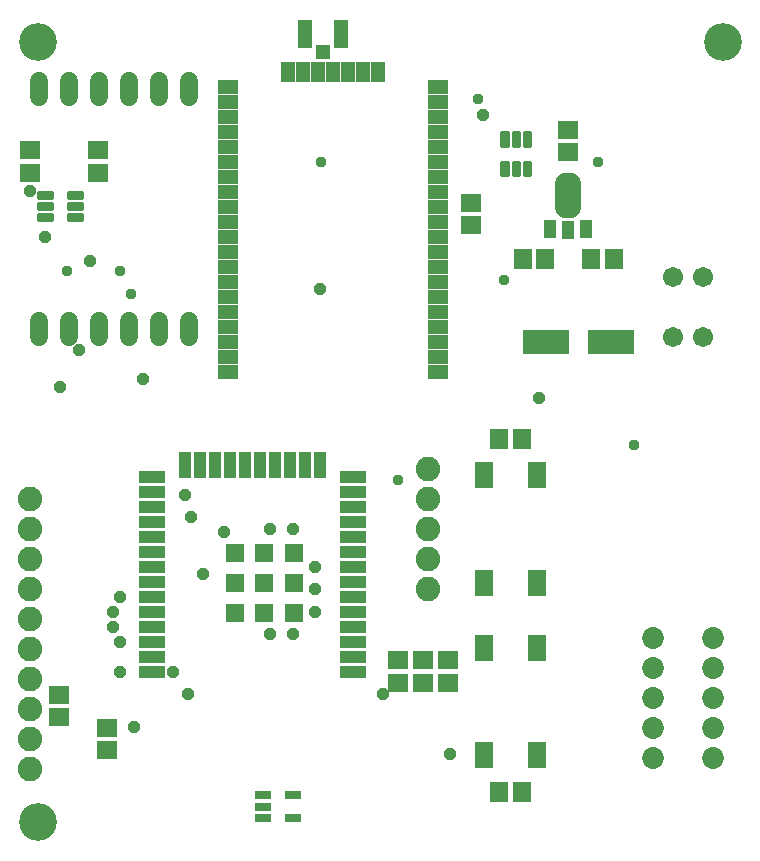
<source format=gbr>
G04 EAGLE Gerber RS-274X export*
G75*
%MOMM*%
%FSLAX34Y34*%
%LPD*%
%INSoldermask Top*%
%IPPOS*%
%AMOC8*
5,1,8,0,0,1.08239X$1,22.5*%
G01*
%ADD10C,3.203194*%
%ADD11R,1.703200X1.503200*%
%ADD12R,3.853200X2.053200*%
%ADD13R,1.503200X1.703200*%
%ADD14R,1.203200X2.403200*%
%ADD15R,1.203200X1.303200*%
%ADD16C,2.082800*%
%ADD17R,1.803200X1.503200*%
%ADD18R,1.603200X2.303200*%
%ADD19R,1.727200X1.219200*%
%ADD20R,1.219200X1.727200*%
%ADD21C,0.344606*%
%ADD22R,2.203200X1.103200*%
%ADD23R,1.103200X2.203200*%
%ADD24R,1.533200X1.533200*%
%ADD25R,1.000000X1.600000*%
%ADD26R,1.003200X1.603200*%
%ADD27C,1.721103*%
%ADD28R,1.353200X0.803200*%
%ADD29C,1.853200*%
%ADD30C,1.711200*%
%ADD31C,1.524000*%
%ADD32P,1.038661X8X22.500000*%
%ADD33C,0.959600*%


D10*
X25400Y311150D03*
X605790Y971550D03*
X25400Y971550D03*
D11*
X330200Y447650D03*
X330200Y428650D03*
X351250Y447650D03*
X351250Y428650D03*
D12*
X510300Y717550D03*
X455300Y717550D03*
D13*
X435950Y787400D03*
X454950Y787400D03*
X513050Y787400D03*
X494050Y787400D03*
D11*
X391950Y835000D03*
X391950Y816000D03*
X474450Y896800D03*
X474450Y877800D03*
D13*
X415950Y336550D03*
X434950Y336550D03*
X415950Y635000D03*
X434950Y635000D03*
D14*
X251700Y977900D03*
X281700Y977900D03*
D15*
X266700Y962400D03*
D16*
X355600Y508000D03*
X355600Y533400D03*
X355600Y558800D03*
X355600Y584200D03*
X355600Y609600D03*
X19050Y584200D03*
X19050Y558800D03*
X19050Y533400D03*
X19050Y508000D03*
X19050Y482600D03*
X19050Y457200D03*
X19050Y431800D03*
X19050Y406400D03*
X19050Y381000D03*
X19050Y355600D03*
D17*
X372300Y428650D03*
X372300Y447650D03*
D18*
X402950Y513300D03*
X402950Y604300D03*
X447950Y513300D03*
X447950Y604300D03*
X447950Y458250D03*
X447950Y367250D03*
X402950Y458250D03*
X402950Y367250D03*
D19*
X363900Y692150D03*
X363900Y755650D03*
X363900Y768350D03*
X363900Y781050D03*
X363900Y819150D03*
X363900Y831850D03*
X363900Y933450D03*
D20*
X313100Y946150D03*
X300400Y946150D03*
X287700Y946150D03*
X275000Y946150D03*
X262300Y946150D03*
X249600Y946150D03*
X236900Y946150D03*
D19*
X186100Y933450D03*
X186100Y882650D03*
X186100Y869950D03*
X186100Y857250D03*
X186100Y768350D03*
X186100Y692150D03*
X363900Y704850D03*
X363900Y717550D03*
X363900Y793750D03*
X363900Y806450D03*
X363900Y844550D03*
X363900Y857250D03*
X186100Y844550D03*
X186100Y831850D03*
X186100Y819150D03*
X186100Y806450D03*
X186100Y793750D03*
X186100Y781050D03*
X186100Y742950D03*
X186100Y730250D03*
X186100Y717550D03*
X186100Y704850D03*
X186100Y895350D03*
X186100Y908050D03*
X186100Y920750D03*
X363900Y920750D03*
X363900Y908050D03*
X363900Y895350D03*
X363900Y882650D03*
X363900Y869950D03*
X363900Y742950D03*
X363900Y730250D03*
X186100Y755650D03*
D21*
X423043Y858407D02*
X423043Y869093D01*
X423043Y858407D02*
X418657Y858407D01*
X418657Y869093D01*
X423043Y869093D01*
X423043Y861681D02*
X418657Y861681D01*
X418657Y864955D02*
X423043Y864955D01*
X423043Y868229D02*
X418657Y868229D01*
X432543Y869093D02*
X432543Y858407D01*
X428157Y858407D01*
X428157Y869093D01*
X432543Y869093D01*
X432543Y861681D02*
X428157Y861681D01*
X428157Y864955D02*
X432543Y864955D01*
X432543Y868229D02*
X428157Y868229D01*
X442043Y869093D02*
X442043Y858407D01*
X437657Y858407D01*
X437657Y869093D01*
X442043Y869093D01*
X442043Y861681D02*
X437657Y861681D01*
X437657Y864955D02*
X442043Y864955D01*
X442043Y868229D02*
X437657Y868229D01*
X423043Y883507D02*
X423043Y894193D01*
X423043Y883507D02*
X418657Y883507D01*
X418657Y894193D01*
X423043Y894193D01*
X423043Y886781D02*
X418657Y886781D01*
X418657Y890055D02*
X423043Y890055D01*
X423043Y893329D02*
X418657Y893329D01*
X432543Y894193D02*
X432543Y883507D01*
X428157Y883507D01*
X428157Y894193D01*
X432543Y894193D01*
X432543Y886781D02*
X428157Y886781D01*
X428157Y890055D02*
X432543Y890055D01*
X432543Y893329D02*
X428157Y893329D01*
X442043Y894193D02*
X442043Y883507D01*
X437657Y883507D01*
X437657Y894193D01*
X442043Y894193D01*
X442043Y886781D02*
X437657Y886781D01*
X437657Y890055D02*
X442043Y890055D01*
X442043Y893329D02*
X437657Y893329D01*
D22*
X292100Y438150D03*
X292100Y450850D03*
X292100Y463550D03*
X292100Y476250D03*
X292100Y488950D03*
X292100Y501650D03*
X292100Y514350D03*
X292100Y527050D03*
X292100Y539750D03*
X292100Y552450D03*
X292100Y565150D03*
X292100Y577850D03*
X292100Y590550D03*
X292100Y603250D03*
D23*
X264250Y613250D03*
X251550Y613250D03*
X238850Y613250D03*
X226150Y613250D03*
X213450Y613250D03*
X200750Y613250D03*
X188050Y613250D03*
X175350Y613250D03*
X162650Y613250D03*
X149950Y613250D03*
D22*
X122100Y603250D03*
X122100Y590550D03*
X122100Y577850D03*
X122100Y565150D03*
X122100Y552450D03*
X122100Y539750D03*
X122100Y527050D03*
X122100Y514350D03*
X122100Y501650D03*
X122100Y488950D03*
X122100Y476250D03*
X122100Y463550D03*
X122100Y450850D03*
X122100Y438150D03*
D24*
X242100Y488150D03*
X242100Y513150D03*
X242100Y538150D03*
X217100Y538150D03*
X217100Y513150D03*
X217100Y488150D03*
X192100Y488150D03*
X192100Y513150D03*
X192100Y538150D03*
D25*
X474500Y812050D03*
D26*
X459260Y812800D03*
X489740Y812800D03*
D27*
X477071Y830589D02*
X471929Y830589D01*
X471929Y851911D01*
X477071Y851911D01*
X477071Y830589D01*
X477071Y846939D02*
X471929Y846939D01*
D28*
X216100Y333350D03*
X216100Y323850D03*
X216100Y314350D03*
X241100Y314350D03*
X241100Y333350D03*
D21*
X62343Y824543D02*
X51657Y824543D01*
X62343Y824543D02*
X62343Y820157D01*
X51657Y820157D01*
X51657Y824543D01*
X51657Y823431D02*
X62343Y823431D01*
X62343Y834043D02*
X51657Y834043D01*
X62343Y834043D02*
X62343Y829657D01*
X51657Y829657D01*
X51657Y834043D01*
X51657Y832931D02*
X62343Y832931D01*
X62343Y843543D02*
X51657Y843543D01*
X62343Y843543D02*
X62343Y839157D01*
X51657Y839157D01*
X51657Y843543D01*
X51657Y842431D02*
X62343Y842431D01*
X37243Y824543D02*
X26557Y824543D01*
X37243Y824543D02*
X37243Y820157D01*
X26557Y820157D01*
X26557Y824543D01*
X26557Y823431D02*
X37243Y823431D01*
X37243Y834043D02*
X26557Y834043D01*
X37243Y834043D02*
X37243Y829657D01*
X26557Y829657D01*
X26557Y834043D01*
X26557Y832931D02*
X37243Y832931D01*
X37243Y843543D02*
X26557Y843543D01*
X37243Y843543D02*
X37243Y839157D01*
X26557Y839157D01*
X26557Y843543D01*
X26557Y842431D02*
X37243Y842431D01*
D11*
X76200Y860450D03*
X76200Y879450D03*
X19050Y860450D03*
X19050Y879450D03*
D29*
X596736Y364938D03*
X545936Y364938D03*
X596736Y390338D03*
X545936Y390338D03*
X596736Y415738D03*
X545936Y415738D03*
X596736Y441138D03*
X545936Y441138D03*
X596736Y466538D03*
X545936Y466538D03*
D30*
X562776Y721514D03*
X562776Y772314D03*
X588176Y721514D03*
X588176Y772314D03*
D11*
X43180Y418440D03*
X43180Y399440D03*
X83820Y390500D03*
X83820Y371500D03*
D31*
X26500Y721796D02*
X26500Y735004D01*
X51900Y735004D02*
X51900Y721796D01*
X77300Y721796D02*
X77300Y735004D01*
X102700Y735004D02*
X102700Y721796D01*
X128100Y721796D02*
X128100Y735004D01*
X153500Y735004D02*
X153500Y721796D01*
X26500Y924996D02*
X26500Y938204D01*
X51900Y938204D02*
X51900Y924996D01*
X77300Y924996D02*
X77300Y938204D01*
X102700Y938204D02*
X102700Y924996D01*
X128100Y924996D02*
X128100Y938204D01*
X153500Y938204D02*
X153500Y924996D01*
D32*
X222250Y469900D03*
X241300Y469900D03*
X260350Y488950D03*
X260350Y508000D03*
X260350Y527050D03*
X241300Y558800D03*
X222250Y558800D03*
X317500Y419100D03*
X374650Y368300D03*
X95250Y438150D03*
X264150Y762000D03*
D33*
X500000Y870000D03*
D32*
X69150Y786000D03*
D33*
X265000Y870000D03*
D32*
X18700Y845200D03*
D33*
X398000Y923000D03*
D32*
X114300Y685800D03*
X401950Y909000D03*
X165100Y520700D03*
X60100Y710000D03*
X95250Y463550D03*
X450000Y670000D03*
X95250Y501650D03*
X106680Y391160D03*
D33*
X104000Y758000D03*
D32*
X88900Y488950D03*
X152400Y419100D03*
X88900Y476250D03*
X139700Y438150D03*
D33*
X420000Y770000D03*
D32*
X44450Y679450D03*
X31750Y806450D03*
X182880Y556260D03*
X154940Y568960D03*
X149860Y588010D03*
D33*
X330000Y600000D03*
X530000Y630000D03*
X50000Y777000D03*
X95000Y777000D03*
M02*

</source>
